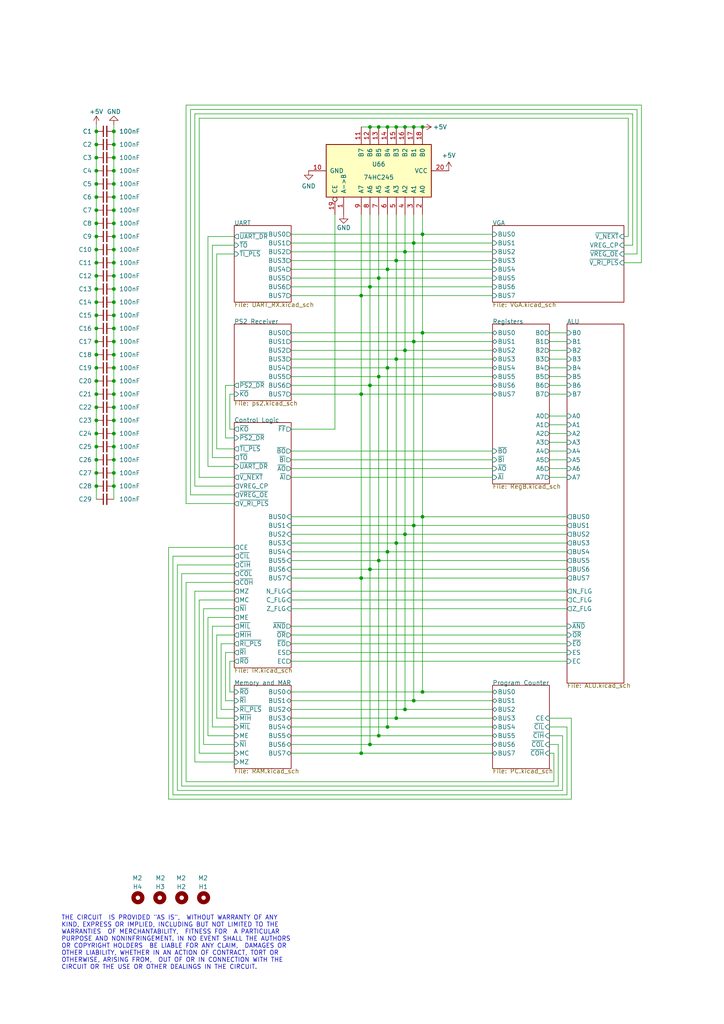
<source format=kicad_sch>
(kicad_sch (version 20211123) (generator eeschema)
  (paper "A4" portrait)
  (title_block (title "Minimal 64x4 Home Computer") (date "2023-12-11") (rev "1.1") (comment 2 "creativecommons.org/licenses/by-nc-sa/4.0/") (comment 3 "This work is licensed under CC BY-NC-SA 4.0") (comment 4 "Author: Carsten Herting (slu4)"))
  (lib_symbols
    (symbol "8-Bit CPU 32k:74HC245" (pin_names (offset 1.016))
      (property "Reference" "U" (at 0 -6.35 90))
      (property "Value" "74HC245" (at 0 2.54 90))
      (symbol "74HC245_1_0"
        (pin input line (at -12.7 -10.16 0) (length 5.08) (name "A->B") (number "1"))
        (pin power_in line (at 0 -20.32 90) (length 5.08) (name "GND") (number "10"))
        (pin input line (at 12.7 -5.08 180) (length 5.08) (name "B7") (number "11"))
        (pin input line (at 12.7 -2.54 180) (length 5.08) (name "B6") (number "12"))
        (pin input line (at 12.7 0 180) (length 5.08) (name "B5") (number "13"))
        (pin input line (at 12.7 2.54 180) (length 5.08) (name "B4") (number "14"))
        (pin input line (at 12.7 5.08 180) (length 5.08) (name "B3") (number "15"))
        (pin input line (at 12.7 7.62 180) (length 5.08) (name "B2") (number "16"))
        (pin input line (at 12.7 10.16 180) (length 5.08) (name "B1") (number "17"))
        (pin input line (at 12.7 12.7 180) (length 5.08) (name "B0") (number "18"))
        (pin input inverted (at -12.7 -12.7 0) (length 5.08) (name "CE") (number "19"))
        (pin tri_state line (at -12.7 12.7 0) (length 5.08) (name "A0") (number "2"))
        (pin power_in line (at 0 20.32 270) (length 5.08) (name "VCC") (number "20"))
        (pin tri_state line (at -12.7 10.16 0) (length 5.08) (name "A1") (number "3"))
        (pin tri_state line (at -12.7 7.62 0) (length 5.08) (name "A2") (number "4"))
        (pin tri_state line (at -12.7 5.08 0) (length 5.08) (name "A3") (number "5"))
        (pin tri_state line (at -12.7 2.54 0) (length 5.08) (name "A4") (number "6"))
        (pin tri_state line (at -12.7 0 0) (length 5.08) (name "A5") (number "7"))
        (pin tri_state line (at -12.7 -2.54 0) (length 5.08) (name "A6") (number "8"))
        (pin tri_state line (at -12.7 -5.08 0) (length 5.08) (name "A7") (number "9"))
      )
      (symbol "74HC245_1_1"
        (rectangle (start -7.62 15.24) (end 7.62 -15.24) (stroke (width 0.254)) (fill (type background)))
      )
    )
    (symbol "Device:C_Small" (pin_numbers hide) (pin_names (offset 0.254) hide)
      (property "Reference" "C" (at 0.254 1.778 0))
      (property "Value" "C_Small" (at 0.254 -2.032 0))
      (symbol "C_Small_0_1"
        (polyline (pts (xy -1.524 -0.508) (xy 1.524 -0.508)) (stroke (width 0.3302)))
        (polyline (pts (xy -1.524 0.508) (xy 1.524 0.508)) (stroke (width 0.3048)))
      )
      (symbol "C_Small_1_1"
        (pin passive line (at 0 2.54 270) (length 2.032) (name "~") (number "1"))
        (pin passive line (at 0 -2.54 90) (length 2.032) (name "~") (number "2"))
      )
    )
    (symbol "Mechanical:MountingHole" (pin_names (offset 1.016))
      (property "Reference" "H" (at 0 5.08 0))
      (property "Value" "MountingHole" (at 0 3.175 0))
      (symbol "MountingHole_0_1"
        (circle (center 0 0) (radius 1.27) (stroke (width 1.27)))
      )
    )
    (symbol "power:+5V" (power) (pin_names (offset 0))
      (property "Value" "+5V" (at 0 3.556 0))
      (symbol "+5V_0_1"
        (polyline (pts (xy -0.762 1.27) (xy 0 2.54)))
        (polyline (pts (xy 0 0) (xy 0 2.54)))
        (polyline (pts (xy 0 2.54) (xy 0.762 1.27)))
      )
      (symbol "+5V_1_1"
        (pin power_in line (at 0 0 90) (length 0) hide (name "+5V") (number "1"))
      )
    )
    (symbol "power:GND" (power) (pin_names (offset 0))
      (property "Value" "GND" (at 0 -3.81 0))
      (symbol "GND_0_1"
        (polyline (pts (xy 0 0) (xy 0 -1.27) (xy 1.27 -1.27) (xy 0 -2.54) (xy -1.27 -1.27) (xy 0 -1.27)))
      )
      (symbol "GND_1_1"
        (pin power_in line (at 0 0 270) (length 0) hide (name "GND") (number "1"))
      )
    )
  )
  (junction (at 117.475 205.74))
  (junction (at 33.02 121.92))
  (junction (at 122.555 96.52))
  (junction (at 27.94 45.72))
  (junction (at 27.94 121.92))
  (junction (at 33.02 125.73))
  (junction (at 33.02 99.06))
  (junction (at 27.94 80.01))
  (junction (at 33.02 87.63))
  (junction (at 33.02 49.53))
  (junction (at 109.855 36.83))
  (junction (at 114.935 208.28))
  (junction (at 120.015 70.485))
  (junction (at 33.02 140.97))
  (junction (at 33.02 38.1))
  (junction (at 117.475 101.6))
  (junction (at 27.94 140.97))
  (junction (at 104.775 114.3))
  (junction (at 33.02 53.34))
  (junction (at 33.02 95.25))
  (junction (at 104.775 167.64))
  (junction (at 27.94 137.16))
  (junction (at 27.94 95.25))
  (junction (at 114.935 104.14))
  (junction (at 109.855 109.22))
  (junction (at 107.315 215.9))
  (junction (at 33.02 118.11))
  (junction (at 114.935 36.83))
  (junction (at 107.315 165.1))
  (junction (at 33.02 60.96))
  (junction (at 112.395 106.68))
  (junction (at 117.475 36.83))
  (junction (at 27.94 41.91))
  (junction (at 120.015 99.06))
  (junction (at 33.02 80.01))
  (junction (at 114.935 157.48))
  (junction (at 33.02 57.15))
  (junction (at 27.94 60.96))
  (junction (at 33.02 106.68))
  (junction (at 33.02 137.16))
  (junction (at 122.555 200.66))
  (junction (at 107.315 111.76))
  (junction (at 27.94 83.82))
  (junction (at 27.94 125.73))
  (junction (at 122.555 67.945))
  (junction (at 27.94 91.44))
  (junction (at 120.015 152.4))
  (junction (at 27.94 87.63))
  (junction (at 112.395 78.105))
  (junction (at 120.015 203.2))
  (junction (at 33.02 110.49))
  (junction (at 33.02 83.82))
  (junction (at 27.94 129.54))
  (junction (at 33.02 64.77))
  (junction (at 107.315 83.185))
  (junction (at 112.395 160.02))
  (junction (at 27.94 99.06))
  (junction (at 114.935 75.565))
  (junction (at 27.94 118.11))
  (junction (at 33.02 76.2))
  (junction (at 33.02 45.72))
  (junction (at 104.775 85.725))
  (junction (at 27.94 133.35))
  (junction (at 33.02 41.91))
  (junction (at 117.475 73.025))
  (junction (at 107.315 36.83))
  (junction (at 112.395 36.83))
  (junction (at 112.395 210.82))
  (junction (at 120.015 36.83))
  (junction (at 27.94 102.87))
  (junction (at 27.94 57.15))
  (junction (at 27.94 38.1))
  (junction (at 33.02 114.3))
  (junction (at 109.855 162.56))
  (junction (at 122.555 149.86))
  (junction (at 33.02 133.35))
  (junction (at 33.02 68.58))
  (junction (at 33.02 129.54))
  (junction (at 27.94 110.49))
  (junction (at 117.475 154.94))
  (junction (at 33.02 91.44))
  (junction (at 27.94 106.68))
  (junction (at 109.855 213.36))
  (junction (at 27.94 64.77))
  (junction (at 109.855 80.645))
  (junction (at 27.94 53.34))
  (junction (at 27.94 114.3))
  (junction (at 33.02 102.87))
  (junction (at 27.94 68.58))
  (junction (at 33.02 72.39))
  (junction (at 27.94 72.39))
  (junction (at 27.94 76.2))
  (junction (at 27.94 49.53))
  (junction (at 122.555 36.83))
  (junction (at 104.775 218.44))
  (wire (pts (xy 104.775 114.3) (xy 104.775 167.64)))
  (wire (pts (xy 84.455 203.2) (xy 120.015 203.2)))
  (wire (pts (xy 33.02 38.1) (xy 33.02 36.195)))
  (wire (pts (xy 164.465 114.3) (xy 159.385 114.3)))
  (wire (pts (xy 33.02 68.58) (xy 33.02 72.39)))
  (wire (pts (xy 27.94 64.77) (xy 27.94 68.58)))
  (wire (pts (xy 109.855 109.22) (xy 84.455 109.22)))
  (wire (pts (xy 160.655 218.44) (xy 159.385 218.44)))
  (wire (pts (xy 120.015 152.4) (xy 164.465 152.4)))
  (wire (pts (xy 159.385 135.89) (xy 164.465 135.89)))
  (wire (pts (xy 48.895 231.775) (xy 165.735 231.775)))
  (wire (pts (xy 48.895 158.75) (xy 48.895 231.775)))
  (wire (pts (xy 112.395 78.105) (xy 142.875 78.105)))
  (wire (pts (xy 114.935 208.28) (xy 142.875 208.28)))
  (wire (pts (xy 67.945 140.97) (xy 56.515 140.97)))
  (wire (pts (xy 107.315 36.83) (xy 109.855 36.83)))
  (wire (pts (xy 160.655 218.44) (xy 160.655 226.695)))
  (wire (pts (xy 84.455 205.74) (xy 117.475 205.74)))
  (wire (pts (xy 33.02 140.97) (xy 33.02 144.78)))
  (wire (pts (xy 84.455 160.02) (xy 112.395 160.02)))
  (wire (pts (xy 33.02 129.54) (xy 33.02 133.35)))
  (wire (pts (xy 33.02 91.44) (xy 33.02 95.25)))
  (wire (pts (xy 117.475 154.94) (xy 164.465 154.94)))
  (wire (pts (xy 27.94 38.1) (xy 27.94 36.195)))
  (wire (pts (xy 114.935 157.48) (xy 84.455 157.48)))
  (wire (pts (xy 33.02 45.72) (xy 33.02 49.53)))
  (wire (pts (xy 122.555 149.86) (xy 164.465 149.86)))
  (wire (pts (xy 27.94 137.16) (xy 27.94 140.97)))
  (wire (pts (xy 117.475 62.23) (xy 117.475 73.025)))
  (wire (pts (xy 60.325 213.36) (xy 67.945 213.36)))
  (wire (pts (xy 109.855 80.645) (xy 109.855 109.22)))
  (wire (pts (xy 66.675 124.46) (xy 66.675 114.3)))
  (wire (pts (xy 27.94 68.58) (xy 27.94 72.39)))
  (wire (pts (xy 65.405 111.76) (xy 67.945 111.76)))
  (wire (pts (xy 165.735 208.28) (xy 165.735 231.775)))
  (wire (pts (xy 112.395 78.105) (xy 112.395 106.68)))
  (wire (pts (xy 120.015 36.83) (xy 122.555 36.83)))
  (wire (pts (xy 33.02 137.16) (xy 33.02 140.97)))
  (wire (pts (xy 67.945 186.69) (xy 64.135 186.69)))
  (wire (pts (xy 33.02 41.91) (xy 33.02 45.72)))
  (wire (pts (xy 67.945 168.91) (xy 53.975 168.91)))
  (wire (pts (xy 84.455 67.945) (xy 122.555 67.945)))
  (wire (pts (xy 53.975 30.48) (xy 186.055 30.48)))
  (wire (pts (xy 109.855 162.56) (xy 84.455 162.56)))
  (wire (pts (xy 67.945 179.07) (xy 60.325 179.07)))
  (wire (pts (xy 84.455 83.185) (xy 107.315 83.185)))
  (wire (pts (xy 97.155 62.23) (xy 97.155 124.46)))
  (wire (pts (xy 33.02 118.11) (xy 33.02 121.92)))
  (wire (pts (xy 33.02 80.01) (xy 33.02 83.82)))
  (wire (pts (xy 33.02 83.82) (xy 33.02 87.63)))
  (wire (pts (xy 104.775 85.725) (xy 104.775 114.3)))
  (wire (pts (xy 27.94 95.25) (xy 27.94 99.06)))
  (wire (pts (xy 67.945 191.77) (xy 66.675 191.77)))
  (wire (pts (xy 159.385 128.27) (xy 164.465 128.27)))
  (wire (pts (xy 117.475 36.83) (xy 120.015 36.83)))
  (wire (pts (xy 84.455 149.86) (xy 122.555 149.86)))
  (wire (pts (xy 84.455 186.69) (xy 164.465 186.69)))
  (wire (pts (xy 61.595 210.82) (xy 67.945 210.82)))
  (wire (pts (xy 84.455 154.94) (xy 117.475 154.94)))
  (wire (pts (xy 56.515 171.45) (xy 67.945 171.45)))
  (wire (pts (xy 61.595 71.12) (xy 61.595 132.715)))
  (wire (pts (xy 33.02 99.06) (xy 33.02 102.87)))
  (wire (pts (xy 182.245 68.58) (xy 182.245 34.29)))
  (wire (pts (xy 27.94 83.82) (xy 27.94 87.63)))
  (wire (pts (xy 27.94 53.34) (xy 27.94 57.15)))
  (wire (pts (xy 120.015 62.23) (xy 120.015 70.485)))
  (wire (pts (xy 27.94 80.01) (xy 27.94 83.82)))
  (wire (pts (xy 27.94 121.92) (xy 27.94 125.73)))
  (wire (pts (xy 62.865 184.15) (xy 62.865 208.28)))
  (wire (pts (xy 33.02 64.77) (xy 33.02 68.58)))
  (wire (pts (xy 104.775 218.44) (xy 142.875 218.44)))
  (wire (pts (xy 84.455 181.61) (xy 164.465 181.61)))
  (wire (pts (xy 67.945 181.61) (xy 61.595 181.61)))
  (wire (pts (xy 60.325 68.58) (xy 67.945 68.58)))
  (wire (pts (xy 61.595 181.61) (xy 61.595 210.82)))
  (wire (pts (xy 114.935 157.48) (xy 164.465 157.48)))
  (wire (pts (xy 84.455 80.645) (xy 109.855 80.645)))
  (wire (pts (xy 84.455 133.35) (xy 142.875 133.35)))
  (wire (pts (xy 84.455 135.89) (xy 142.875 135.89)))
  (wire (pts (xy 65.405 203.2) (xy 67.945 203.2)))
  (wire (pts (xy 84.455 213.36) (xy 109.855 213.36)))
  (wire (pts (xy 84.455 200.66) (xy 122.555 200.66)))
  (wire (pts (xy 33.02 110.49) (xy 33.02 114.3)))
  (wire (pts (xy 107.315 165.1) (xy 164.465 165.1)))
  (wire (pts (xy 27.94 76.2) (xy 27.94 80.01)))
  (wire (pts (xy 33.02 95.25) (xy 33.02 99.06)))
  (wire (pts (xy 27.94 87.63) (xy 27.94 91.44)))
  (wire (pts (xy 27.94 45.72) (xy 27.94 49.53)))
  (wire (pts (xy 67.945 161.29) (xy 50.165 161.29)))
  (wire (pts (xy 164.465 210.82) (xy 159.385 210.82)))
  (wire (pts (xy 33.02 49.53) (xy 33.02 53.34)))
  (wire (pts (xy 180.975 68.58) (xy 182.245 68.58)))
  (wire (pts (xy 67.945 220.98) (xy 56.515 220.98)))
  (wire (pts (xy 65.405 189.23) (xy 65.405 203.2)))
  (wire (pts (xy 84.455 189.23) (xy 164.465 189.23)))
  (wire (pts (xy 84.455 130.81) (xy 142.875 130.81)))
  (wire (pts (xy 64.135 205.74) (xy 67.945 205.74)))
  (wire (pts (xy 84.455 114.3) (xy 104.775 114.3)))
  (wire (pts (xy 57.785 173.99) (xy 67.945 173.99)))
  (wire (pts (xy 159.385 106.68) (xy 164.465 106.68)))
  (wire (pts (xy 66.675 114.3) (xy 67.945 114.3)))
  (wire (pts (xy 161.925 215.9) (xy 161.925 227.965)))
  (wire (pts (xy 114.935 62.23) (xy 114.935 75.565)))
  (wire (pts (xy 84.455 138.43) (xy 142.875 138.43)))
  (wire (pts (xy 67.945 130.175) (xy 62.865 130.175)))
  (wire (pts (xy 53.975 146.05) (xy 53.975 30.48)))
  (wire (pts (xy 27.94 140.97) (xy 27.94 144.78)))
  (wire (pts (xy 84.455 106.68) (xy 112.395 106.68)))
  (wire (pts (xy 159.385 130.81) (xy 164.465 130.81)))
  (wire (pts (xy 104.775 167.64) (xy 84.455 167.64)))
  (wire (pts (xy 97.155 124.46) (xy 84.455 124.46)))
  (wire (pts (xy 117.475 154.94) (xy 117.475 205.74)))
  (wire (pts (xy 27.94 110.49) (xy 27.94 114.3)))
  (wire (pts (xy 56.515 140.97) (xy 56.515 33.02)))
  (wire (pts (xy 180.975 73.66) (xy 184.785 73.66)))
  (wire (pts (xy 159.385 213.36) (xy 163.195 213.36)))
  (wire (pts (xy 109.855 109.22) (xy 109.855 162.56)))
  (wire (pts (xy 52.705 166.37) (xy 52.705 227.965)))
  (wire (pts (xy 159.385 123.19) (xy 164.465 123.19)))
  (wire (pts (xy 65.405 127) (xy 65.405 111.76)))
  (wire (pts (xy 164.465 104.14) (xy 159.385 104.14)))
  (wire (pts (xy 64.135 186.69) (xy 64.135 205.74)))
  (wire (pts (xy 104.775 62.23) (xy 104.775 85.725)))
  (wire (pts (xy 183.515 71.12) (xy 180.975 71.12)))
  (wire (pts (xy 27.94 60.96) (xy 27.94 64.77)))
  (wire (pts (xy 122.555 62.23) (xy 122.555 67.945)))
  (wire (pts (xy 120.015 99.06) (xy 120.015 152.4)))
  (wire (pts (xy 109.855 213.36) (xy 142.875 213.36)))
  (wire (pts (xy 84.455 85.725) (xy 104.775 85.725)))
  (wire (pts (xy 62.865 73.66) (xy 67.945 73.66)))
  (wire (pts (xy 67.945 138.43) (xy 57.785 138.43)))
  (wire (pts (xy 159.385 120.65) (xy 164.465 120.65)))
  (wire (pts (xy 33.02 87.63) (xy 33.02 91.44)))
  (wire (pts (xy 52.705 227.965) (xy 161.925 227.965)))
  (wire (pts (xy 67.945 132.715) (xy 61.595 132.715)))
  (wire (pts (xy 66.675 200.66) (xy 66.675 191.77)))
  (wire (pts (xy 164.465 171.45) (xy 84.455 171.45)))
  (wire (pts (xy 27.94 72.39) (xy 27.94 76.2)))
  (wire (pts (xy 84.455 96.52) (xy 122.555 96.52)))
  (wire (pts (xy 142.875 99.06) (xy 120.015 99.06)))
  (wire (pts (xy 50.165 161.29) (xy 50.165 230.505)))
  (wire (pts (xy 84.455 75.565) (xy 114.935 75.565)))
  (wire (pts (xy 112.395 106.68) (xy 112.395 160.02)))
  (wire (pts (xy 117.475 101.6) (xy 117.475 154.94)))
  (wire (pts (xy 107.315 165.1) (xy 107.315 215.9)))
  (wire (pts (xy 67.945 215.9) (xy 59.055 215.9)))
  (wire (pts (xy 120.015 203.2) (xy 142.875 203.2)))
  (wire (pts (xy 67.945 158.75) (xy 48.895 158.75)))
  (wire (pts (xy 109.855 36.83) (xy 112.395 36.83)))
  (wire (pts (xy 159.385 208.28) (xy 165.735 208.28)))
  (wire (pts (xy 33.02 114.3) (xy 33.02 118.11)))
  (wire (pts (xy 164.465 210.82) (xy 164.465 230.505)))
  (wire (pts (xy 186.055 30.48) (xy 186.055 76.2)))
  (wire (pts (xy 67.945 135.255) (xy 60.325 135.255)))
  (wire (pts (xy 104.775 167.64) (xy 104.775 218.44)))
  (wire (pts (xy 84.455 184.15) (xy 164.465 184.15)))
  (wire (pts (xy 67.945 184.15) (xy 62.865 184.15)))
  (wire (pts (xy 27.94 99.06) (xy 27.94 102.87)))
  (wire (pts (xy 112.395 36.83) (xy 114.935 36.83)))
  (wire (pts (xy 51.435 163.83) (xy 51.435 229.235)))
  (wire (pts (xy 159.385 133.35) (xy 164.465 133.35)))
  (wire (pts (xy 66.675 200.66) (xy 67.945 200.66)))
  (wire (pts (xy 117.475 73.025) (xy 117.475 101.6)))
  (wire (pts (xy 27.94 125.73) (xy 27.94 129.54)))
  (wire (pts (xy 114.935 104.14) (xy 114.935 157.48)))
  (wire (pts (xy 159.385 101.6) (xy 164.465 101.6)))
  (wire (pts (xy 163.195 213.36) (xy 163.195 229.235)))
  (wire (pts (xy 109.855 109.22) (xy 142.875 109.22)))
  (wire (pts (xy 114.935 104.14) (xy 84.455 104.14)))
  (wire (pts (xy 114.935 75.565) (xy 114.935 104.14)))
  (wire (pts (xy 59.055 176.53) (xy 59.055 215.9)))
  (wire (pts (xy 122.555 67.945) (xy 142.875 67.945)))
  (wire (pts (xy 66.675 124.46) (xy 67.945 124.46)))
  (wire (pts (xy 27.94 118.11) (xy 27.94 121.92)))
  (wire (pts (xy 142.875 85.725) (xy 104.775 85.725)))
  (wire (pts (xy 107.315 83.185) (xy 107.315 111.76)))
  (wire (pts (xy 84.455 210.82) (xy 112.395 210.82)))
  (wire (pts (xy 109.855 80.645) (xy 142.875 80.645)))
  (wire (pts (xy 104.775 36.83) (xy 107.315 36.83)))
  (wire (pts (xy 142.875 75.565) (xy 114.935 75.565)))
  (wire (pts (xy 65.405 127) (xy 67.945 127)))
  (wire (pts (xy 84.455 208.28) (xy 114.935 208.28)))
  (wire (pts (xy 107.315 62.23) (xy 107.315 83.185)))
  (wire (pts (xy 120.015 152.4) (xy 84.455 152.4)))
  (wire (pts (xy 27.94 91.44) (xy 27.94 95.25)))
  (wire (pts (xy 112.395 210.82) (xy 142.875 210.82)))
  (wire (pts (xy 159.385 99.06) (xy 164.465 99.06)))
  (wire (pts (xy 67.945 71.12) (xy 61.595 71.12)))
  (wire (pts (xy 62.865 130.175) (xy 62.865 73.66)))
  (wire (pts (xy 122.555 200.66) (xy 142.875 200.66)))
  (wire (pts (xy 27.94 41.91) (xy 27.94 45.72)))
  (wire (pts (xy 33.02 57.15) (xy 33.02 60.96)))
  (wire (pts (xy 164.465 230.505) (xy 50.165 230.505)))
  (wire (pts (xy 27.94 137.16) (xy 27.94 133.35)))
  (wire (pts (xy 84.455 78.105) (xy 112.395 78.105)))
  (wire (pts (xy 109.855 62.23) (xy 109.855 80.645)))
  (wire (pts (xy 159.385 111.76) (xy 164.465 111.76)))
  (wire (pts (xy 163.195 229.235) (xy 51.435 229.235)))
  (wire (pts (xy 114.935 157.48) (xy 114.935 208.28)))
  (wire (pts (xy 27.94 129.54) (xy 27.94 133.35)))
  (wire (pts (xy 120.015 70.485) (xy 120.015 99.06)))
  (wire (pts (xy 67.945 176.53) (xy 59.055 176.53)))
  (wire (pts (xy 57.785 218.44) (xy 57.785 173.99)))
  (wire (pts (xy 84.455 101.6) (xy 117.475 101.6)))
  (wire (pts (xy 120.015 70.485) (xy 142.875 70.485)))
  (wire (pts (xy 117.475 205.74) (xy 142.875 205.74)))
  (wire (pts (xy 112.395 160.02) (xy 112.395 210.82)))
  (wire (pts (xy 33.02 60.96) (xy 33.02 64.77)))
  (wire (pts (xy 27.94 49.53) (xy 27.94 53.34)))
  (wire (pts (xy 84.455 215.9) (xy 107.315 215.9)))
  (wire (pts (xy 186.055 76.2) (xy 180.975 76.2)))
  (wire (pts (xy 160.655 226.695) (xy 53.975 226.695)))
  (wire (pts (xy 56.515 220.98) (xy 56.515 171.45)))
  (wire (pts (xy 55.245 143.51) (xy 67.945 143.51)))
  (wire (pts (xy 159.385 138.43) (xy 164.465 138.43)))
  (wire (pts (xy 122.555 67.945) (xy 122.555 96.52)))
  (wire (pts (xy 107.315 83.185) (xy 142.875 83.185)))
  (wire (pts (xy 142.875 106.68) (xy 112.395 106.68)))
  (wire (pts (xy 60.325 135.255) (xy 60.325 68.58)))
  (wire (pts (xy 84.455 165.1) (xy 107.315 165.1)))
  (wire (pts (xy 104.775 167.64) (xy 164.465 167.64)))
  (wire (pts (xy 33.02 72.39) (xy 33.02 76.2)))
  (wire (pts (xy 84.455 73.025) (xy 117.475 73.025)))
  (wire (pts (xy 184.785 73.66) (xy 184.785 31.75)))
  (wire (pts (xy 60.325 179.07) (xy 60.325 213.36)))
  (wire (pts (xy 67.945 218.44) (xy 57.785 218.44)))
  (wire (pts (xy 27.94 114.3) (xy 27.94 118.11)))
  (wire (pts (xy 27.94 41.91) (xy 27.94 38.1)))
  (wire (pts (xy 27.94 106.68) (xy 27.94 110.49)))
  (wire (pts (xy 57.785 34.29) (xy 57.785 138.43)))
  (wire (pts (xy 122.555 149.86) (xy 122.555 200.66)))
  (wire (pts (xy 142.875 114.3) (xy 104.775 114.3)))
  (wire (pts (xy 56.515 33.02) (xy 183.515 33.02)))
  (wire (pts (xy 112.395 160.02) (xy 164.465 160.02)))
  (wire (pts (xy 27.94 57.15) (xy 27.94 60.96)))
  (wire (pts (xy 107.315 111.76) (xy 107.315 165.1)))
  (wire (pts (xy 122.555 96.52) (xy 122.555 149.86)))
  (wire (pts (xy 33.02 106.68) (xy 33.02 110.49)))
  (wire (pts (xy 117.475 73.025) (xy 142.875 73.025)))
  (wire (pts (xy 55.245 31.75) (xy 55.245 143.51)))
  (wire (pts (xy 109.855 162.56) (xy 109.855 213.36)))
  (wire (pts (xy 184.785 31.75) (xy 55.245 31.75)))
  (wire (pts (xy 164.465 173.99) (xy 84.455 173.99)))
  (wire (pts (xy 33.02 137.16) (xy 33.02 133.35)))
  (wire (pts (xy 142.875 101.6) (xy 117.475 101.6)))
  (wire (pts (xy 120.015 99.06) (xy 84.455 99.06)))
  (wire (pts (xy 164.465 176.53) (xy 84.455 176.53)))
  (wire (pts (xy 84.455 111.76) (xy 107.315 111.76)))
  (wire (pts (xy 114.935 36.83) (xy 117.475 36.83)))
  (wire (pts (xy 33.02 53.34) (xy 33.02 57.15)))
  (wire (pts (xy 84.455 70.485) (xy 120.015 70.485)))
  (wire (pts (xy 112.395 62.23) (xy 112.395 78.105)))
  (wire (pts (xy 67.945 146.05) (xy 53.975 146.05)))
  (wire (pts (xy 164.465 109.22) (xy 159.385 109.22)))
  (wire (pts (xy 109.855 162.56) (xy 164.465 162.56)))
  (wire (pts (xy 33.02 76.2) (xy 33.02 80.01)))
  (wire (pts (xy 33.02 41.91) (xy 33.02 38.1)))
  (wire (pts (xy 84.455 218.44) (xy 104.775 218.44)))
  (wire (pts (xy 159.385 125.73) (xy 164.465 125.73)))
  (wire (pts (xy 67.945 163.83) (xy 51.435 163.83)))
  (wire (pts (xy 67.945 189.23) (xy 65.405 189.23)))
  (wire (pts (xy 33.02 125.73) (xy 33.02 129.54)))
  (wire (pts (xy 53.975 168.91) (xy 53.975 226.695)))
  (wire (pts (xy 120.015 152.4) (xy 120.015 203.2)))
  (wire (pts (xy 62.865 208.28) (xy 67.945 208.28)))
  (wire (pts (xy 67.945 166.37) (xy 52.705 166.37)))
  (wire (pts (xy 107.315 215.9) (xy 142.875 215.9)))
  (wire (pts (xy 27.94 102.87) (xy 27.94 106.68)))
  (wire (pts (xy 33.02 121.92) (xy 33.02 125.73)))
  (wire (pts (xy 33.02 102.87) (xy 33.02 106.68)))
  (wire (pts (xy 161.925 215.9) (xy 159.385 215.9)))
  (wire (pts (xy 84.455 191.77) (xy 164.465 191.77)))
  (wire (pts (xy 142.875 96.52) (xy 122.555 96.52)))
  (wire (pts (xy 183.515 33.02) (xy 183.515 71.12)))
  (wire (pts (xy 114.935 104.14) (xy 142.875 104.14)))
  (wire (pts (xy 159.385 96.52) (xy 164.465 96.52)))
  (wire (pts (xy 182.245 34.29) (xy 57.785 34.29)))
  (wire (pts (xy 142.875 111.76) (xy 107.315 111.76)))
  (text "THE CIRCUIT  IS PROVIDED \"AS IS\",  WITHOUT WARRANTY OF ANY\nKIND, EXPRESS OR IMPLIED, INCLUDING BUT NOT LIMITED TO THE\nWARRANTIES  OF MERCHANTABILITY,  FITNESS FOR  A PARTICULAR\nPURPOSE AND NONINFRINGEMENT. IN NO EVENT SHALL THE AUTHORS\nOR COPYRIGHT HOLDERS  BE LIABLE FOR ANY CLAIM,  DAMAGES OR\nOTHER LIABILITY, WHETHER IN AN ACTION OF CONTRACT, TORT OR\nOTHERWISE, ARISING FROM,  OUT OF OR IN CONNECTION WITH THE\nCIRCUIT OR THE USE OR OTHER DEALINGS IN THE CIRCUIT." (at 17.78 281.305 0) (effects (font (size 1.27 1.27)) (justify left bottom)))
  (symbol (lib_id "power:+5V") (at 27.94 36.195 0) (mirror y) (unit 1)
    (property "Reference" "#PWR01" (effects hide))
    (property "Value" "+5V" (at 27.94 32.385 0))
  )
  (symbol (lib_id "power:GND") (at 33.02 36.195 180) (unit 1)
    (property "Reference" "#PWR02" (effects hide))
    (property "Value" "GND" (at 33.02 32.385 0))
  )
  (symbol (lib_id "Device:C_Small") (at 30.48 38.1 90) (mirror x) (unit 1)
    (property "Reference" "C1" (at 26.67 38.1 90) (effects (justify left)))
    (property "Value" "100nF" (at 40.64 38.1 90) (effects (justify left)))
    (property "Footprint" "Capacitor_THT:C_Disc_D3.4mm_W2.1mm_P2.50mm" (effects hide))
  )
  (symbol (lib_id "Device:C_Small") (at 30.48 114.3 90) (mirror x) (unit 1)
    (property "Reference" "C21" (at 26.67 114.3 90) (effects (justify left)))
    (property "Value" "100nF" (at 40.64 114.3 90) (effects (justify left)))
    (property "Footprint" "Capacitor_THT:C_Disc_D3.4mm_W2.1mm_P2.50mm" (effects hide))
  )
  (symbol (lib_id "Device:C_Small") (at 30.48 144.78 90) (mirror x) (unit 1)
    (property "Reference" "C29" (at 26.67 144.78 90) (effects (justify left)))
    (property "Value" "100nF" (at 40.64 144.78 90) (effects (justify left)))
    (property "Footprint" "Capacitor_THT:C_Disc_D3.4mm_W2.1mm_P2.50mm" (effects hide))
  )
  (symbol (lib_id "Mechanical:MountingHole") (at 52.705 260.35 270) (unit 1)
    (property "Reference" "H2" (at 53.975 257.1719 90) (effects (justify right)))
    (property "Value" "M2" (at 53.975 254.635 90) (effects (justify right)))
    (property "Footprint" "MountingHole:MountingHole_2.2mm_M2" (effects hide))
  )
  (symbol (lib_id "Device:C_Small") (at 30.48 87.63 90) (mirror x) (unit 1)
    (property "Reference" "C14" (at 26.67 87.63 90) (effects (justify left)))
    (property "Value" "100nF" (at 40.64 87.63 90) (effects (justify left)))
    (property "Footprint" "Capacitor_THT:C_Disc_D3.4mm_W2.1mm_P2.50mm" (effects hide))
  )
  (symbol (lib_id "Mechanical:MountingHole") (at 59.055 260.35 270) (unit 1)
    (property "Reference" "H1" (at 60.325 257.1719 90) (effects (justify right)))
    (property "Value" "M2" (at 60.325 254.635 90) (effects (justify right)))
    (property "Footprint" "MountingHole:MountingHole_2.2mm_M2" (effects hide))
  )
  (symbol (lib_id "Device:C_Small") (at 30.48 41.91 90) (mirror x) (unit 1)
    (property "Reference" "C2" (at 26.67 41.91 90) (effects (justify left)))
    (property "Value" "100nF" (at 40.64 41.91 90) (effects (justify left)))
    (property "Footprint" "Capacitor_THT:C_Disc_D3.4mm_W2.1mm_P2.50mm" (effects hide))
  )
  (symbol (lib_id "Device:C_Small") (at 30.48 76.2 90) (mirror x) (unit 1)
    (property "Reference" "C11" (at 26.67 76.2 90) (effects (justify left)))
    (property "Value" "100nF" (at 40.64 76.2 90) (effects (justify left)))
    (property "Footprint" "Capacitor_THT:C_Disc_D3.4mm_W2.1mm_P2.50mm" (effects hide))
  )
  (symbol (lib_id "Device:C_Small") (at 30.48 137.16 90) (mirror x) (unit 1)
    (property "Reference" "C27" (at 26.67 137.16 90) (effects (justify left)))
    (property "Value" "100nF" (at 40.64 137.16 90) (effects (justify left)))
    (property "Footprint" "Capacitor_THT:C_Disc_D3.4mm_W2.1mm_P2.50mm" (effects hide))
  )
  (symbol (lib_id "Device:C_Small") (at 30.48 125.73 90) (mirror x) (unit 1)
    (property "Reference" "C24" (at 26.67 125.73 90) (effects (justify left)))
    (property "Value" "100nF" (at 40.64 125.73 90) (effects (justify left)))
    (property "Footprint" "Capacitor_THT:C_Disc_D3.4mm_W2.1mm_P2.50mm" (effects hide))
  )
  (symbol (lib_id "Device:C_Small") (at 30.48 99.06 90) (mirror x) (unit 1)
    (property "Reference" "C17" (at 26.67 99.06 90) (effects (justify left)))
    (property "Value" "100nF" (at 40.64 99.06 90) (effects (justify left)))
    (property "Footprint" "Capacitor_THT:C_Disc_D3.4mm_W2.1mm_P2.50mm" (effects hide))
  )
  (symbol (lib_id "Device:C_Small") (at 30.48 91.44 90) (mirror x) (unit 1)
    (property "Reference" "C15" (at 26.67 91.44 90) (effects (justify left)))
    (property "Value" "100nF" (at 40.64 91.44 90) (effects (justify left)))
    (property "Footprint" "Capacitor_THT:C_Disc_D3.4mm_W2.1mm_P2.50mm" (effects hide))
  )
  (symbol (lib_id "Device:C_Small") (at 30.48 133.35 90) (mirror x) (unit 1)
    (property "Reference" "C26" (at 26.67 133.35 90) (effects (justify left)))
    (property "Value" "100nF" (at 40.64 133.35 90) (effects (justify left)))
    (property "Footprint" "Capacitor_THT:C_Disc_D3.4mm_W2.1mm_P2.50mm" (effects hide))
  )
  (symbol (lib_id "Device:C_Small") (at 30.48 140.97 90) (mirror x) (unit 1)
    (property "Reference" "C28" (at 26.67 140.97 90) (effects (justify left)))
    (property "Value" "100nF" (at 40.64 140.97 90) (effects (justify left)))
    (property "Footprint" "Capacitor_THT:C_Disc_D3.4mm_W2.1mm_P2.50mm" (effects hide))
  )
  (symbol (lib_id "Device:C_Small") (at 30.48 106.68 90) (mirror x) (unit 1)
    (property "Reference" "C19" (at 26.67 106.68 90) (effects (justify left)))
    (property "Value" "100nF" (at 40.64 106.68 90) (effects (justify left)))
    (property "Footprint" "Capacitor_THT:C_Disc_D3.4mm_W2.1mm_P2.50mm" (effects hide))
  )
  (symbol (lib_id "Device:C_Small") (at 30.48 121.92 90) (mirror x) (unit 1)
    (property "Reference" "C23" (at 26.67 121.92 90) (effects (justify left)))
    (property "Value" "100nF" (at 40.64 121.92 90) (effects (justify left)))
    (property "Footprint" "Capacitor_THT:C_Disc_D3.4mm_W2.1mm_P2.50mm" (effects hide))
  )
  (symbol (lib_id "Device:C_Small") (at 30.48 68.58 90) (mirror x) (unit 1)
    (property "Reference" "C9" (at 26.67 68.58 90) (effects (justify left)))
    (property "Value" "100nF" (at 40.64 68.58 90) (effects (justify left)))
    (property "Footprint" "Capacitor_THT:C_Disc_D3.4mm_W2.1mm_P2.50mm" (effects hide))
  )
  (symbol (lib_id "power:GND") (at 99.695 62.23 0) (unit 1)
    (property "Reference" "#PWR0249" (effects hide))
    (property "Value" "GND" (at 99.695 66.04 0))
  )
  (symbol (lib_id "Device:C_Small") (at 30.48 49.53 90) (mirror x) (unit 1)
    (property "Reference" "C4" (at 26.67 49.53 90) (effects (justify left)))
    (property "Value" "100nF" (at 40.64 49.53 90) (effects (justify left)))
    (property "Footprint" "Capacitor_THT:C_Disc_D3.4mm_W2.1mm_P2.50mm" (effects hide))
  )
  (symbol (lib_id "Device:C_Small") (at 30.48 64.77 90) (mirror x) (unit 1)
    (property "Reference" "C8" (at 26.67 64.77 90) (effects (justify left)))
    (property "Value" "100nF" (at 40.64 64.77 90) (effects (justify left)))
    (property "Footprint" "Capacitor_THT:C_Disc_D3.4mm_W2.1mm_P2.50mm" (effects hide))
  )
  (symbol (lib_id "Device:C_Small") (at 30.48 53.34 90) (mirror x) (unit 1)
    (property "Reference" "C5" (at 26.67 53.34 90) (effects (justify left)))
    (property "Value" "100nF" (at 40.64 53.34 90) (effects (justify left)))
    (property "Footprint" "Capacitor_THT:C_Disc_D3.4mm_W2.1mm_P2.50mm" (effects hide))
  )
  (symbol (lib_id "Device:C_Small") (at 30.48 60.96 90) (mirror x) (unit 1)
    (property "Reference" "C7" (at 26.67 60.96 90) (effects (justify left)))
    (property "Value" "100nF" (at 40.64 60.96 90) (effects (justify left)))
    (property "Footprint" "Capacitor_THT:C_Disc_D3.4mm_W2.1mm_P2.50mm" (effects hide))
  )
  (symbol (lib_id "power:+5V") (at 122.555 36.83 270) (unit 1)
    (property "Reference" "#PWR0257" (effects hide))
    (property "Value" "+5V" (at 127.635 36.83 90))
  )
  (symbol (lib_id "Device:C_Small") (at 30.48 102.87 90) (mirror x) (unit 1)
    (property "Reference" "C18" (at 26.67 102.87 90) (effects (justify left)))
    (property "Value" "100nF" (at 40.64 102.87 90) (effects (justify left)))
    (property "Footprint" "Capacitor_THT:C_Disc_D3.4mm_W2.1mm_P2.50mm" (effects hide))
  )
  (symbol (lib_id "Device:C_Small") (at 30.48 129.54 90) (mirror x) (unit 1)
    (property "Reference" "C25" (at 26.67 129.54 90) (effects (justify left)))
    (property "Value" "100nF" (at 40.64 129.54 90) (effects (justify left)))
    (property "Footprint" "Capacitor_THT:C_Disc_D3.4mm_W2.1mm_P2.50mm" (effects hide))
  )
  (symbol (lib_id "Device:C_Small") (at 30.48 45.72 90) (mirror x) (unit 1)
    (property "Reference" "C3" (at 26.67 45.72 90) (effects (justify left)))
    (property "Value" "100nF" (at 40.64 45.72 90) (effects (justify left)))
    (property "Footprint" "Capacitor_THT:C_Disc_D3.4mm_W2.1mm_P2.50mm" (effects hide))
  )
  (symbol (lib_id "Device:C_Small") (at 30.48 118.11 90) (mirror x) (unit 1)
    (property "Reference" "C22" (at 26.67 118.11 90) (effects (justify left)))
    (property "Value" "100nF" (at 40.64 118.11 90) (effects (justify left)))
    (property "Footprint" "Capacitor_THT:C_Disc_D3.4mm_W2.1mm_P2.50mm" (effects hide))
  )
  (symbol (lib_id "Device:C_Small") (at 30.48 72.39 90) (mirror x) (unit 1)
    (property "Reference" "C10" (at 26.67 72.39 90) (effects (justify left)))
    (property "Value" "100nF" (at 40.64 72.39 90) (effects (justify left)))
    (property "Footprint" "Capacitor_THT:C_Disc_D3.4mm_W2.1mm_P2.50mm" (effects hide))
  )
  (symbol (lib_id "power:GND") (at 89.535 49.53 0) (unit 1)
    (property "Reference" "#PWR03" (effects hide))
    (property "Value" "GND" (at 89.535 53.975 0))
  )
  (symbol (lib_id "Device:C_Small") (at 30.48 95.25 90) (mirror x) (unit 1)
    (property "Reference" "C16" (at 26.67 95.25 90) (effects (justify left)))
    (property "Value" "100nF" (at 40.64 95.25 90) (effects (justify left)))
    (property "Footprint" "Capacitor_THT:C_Disc_D3.4mm_W2.1mm_P2.50mm" (effects hide))
  )
  (symbol (lib_id "Device:C_Small") (at 30.48 80.01 90) (mirror x) (unit 1)
    (property "Reference" "C12" (at 26.67 80.01 90) (effects (justify left)))
    (property "Value" "100nF" (at 40.64 80.01 90) (effects (justify left)))
    (property "Footprint" "Capacitor_THT:C_Disc_D3.4mm_W2.1mm_P2.50mm" (effects hide))
  )
  (symbol (lib_id "Device:C_Small") (at 30.48 110.49 90) (mirror x) (unit 1)
    (property "Reference" "C20" (at 26.67 110.49 90) (effects (justify left)))
    (property "Value" "100nF" (at 40.64 110.49 90) (effects (justify left)))
    (property "Footprint" "Capacitor_THT:C_Disc_D3.4mm_W2.1mm_P2.50mm" (effects hide))
  )
  (symbol (lib_id "power:+5V") (at 130.175 49.53 0) (unit 1)
    (property "Reference" "#PWR0258" (effects hide))
    (property "Value" "+5V" (at 130.175 45.085 0))
  )
  (symbol (lib_id "Mechanical:MountingHole") (at 46.355 260.35 0) (unit 1)
    (property "Reference" "H3" (at 45.085 257.1719 0) (effects (justify left)))
    (property "Value" "M2" (at 45.085 254.635 0) (effects (justify left)))
    (property "Footprint" "MountingHole:MountingHole_2.2mm_M2" (effects hide))
  )
  (symbol (lib_id "8-Bit CPU 32k:74HC245") (at 109.855 49.53 270) (mirror x) (unit 1)
    (property "Reference" "U66" (at 109.855 47.625 90))
    (property "Value" "74HC245" (at 109.855 51.435 90))
    (property "Footprint" "Package_DIP:DIP-20_W7.62mm_Socket" (effects hide))
    (property "Datasheet" "http://www.ti.com/lit/gpn/sn74HC245" (effects hide))
  )
  (symbol (lib_id "Device:C_Small") (at 30.48 57.15 90) (mirror x) (unit 1)
    (property "Reference" "C6" (at 26.67 57.15 90) (effects (justify left)))
    (property "Value" "100nF" (at 40.64 57.15 90) (effects (justify left)))
    (property "Footprint" "Capacitor_THT:C_Disc_D3.4mm_W2.1mm_P2.50mm" (effects hide))
  )
  (symbol (lib_id "Mechanical:MountingHole") (at 40.005 260.35 270) (unit 1)
    (property "Reference" "H4" (at 41.275 257.175 90) (effects (justify right)))
    (property "Value" "M2" (at 41.275 254.6381 90) (effects (justify right)))
    (property "Footprint" "MountingHole:MountingHole_2.2mm_M2" (effects hide))
  )
  (symbol (lib_id "Device:C_Small") (at 30.48 83.82 90) (mirror x) (unit 1)
    (property "Reference" "C13" (at 26.67 83.82 90) (effects (justify left)))
    (property "Value" "100nF" (at 40.64 83.82 90) (effects (justify left)))
    (property "Footprint" "Capacitor_THT:C_Disc_D3.4mm_W2.1mm_P2.50mm" (effects hide))
  )
  (sheet (at 142.875 198.755) (size 16.51 24.13)
    (property "Sheet name" "Program Counter" (at 142.875 198.755 0) (effects (justify left bottom)))
    (property "Sheet file" "PC.kicad_sch" (at 142.875 222.885 0) (effects (justify left top)))
    (pin "CE" input (at 159.385 208.28 0))
    (pin "~{CIL}" input (at 159.385 210.82 0))
    (pin "~{CIH}" input (at 159.385 213.36 0))
    (pin "~{COH}" input (at 159.385 218.44 0))
    (pin "~{COL}" input (at 159.385 215.9 0))
    (pin "BUS3" tri_state (at 142.875 208.28 180))
    (pin "BUS1" tri_state (at 142.875 203.2 180))
    (pin "BUS0" tri_state (at 142.875 200.66 180))
    (pin "BUS2" tri_state (at 142.875 205.74 180))
    (pin "BUS4" tri_state (at 142.875 210.82 180))
    (pin "BUS6" tri_state (at 142.875 215.9 180))
    (pin "BUS7" tri_state (at 142.875 218.44 180))
    (pin "BUS5" tri_state (at 142.875 213.36 180))
  )
  (sheet (at 67.945 122.555) (size 16.51 71.12)
    (property "Sheet name" "Control Logic" (at 67.945 122.555 0) (effects (justify left bottom)))
    (property "Sheet file" "IR.kicad_sch" (at 67.945 193.675 0) (effects (justify left top)))
    (pin "BUS0" input (at 84.455 149.86 0))
    (pin "BUS1" input (at 84.455 152.4 0))
    (pin "BUS2" input (at 84.455 154.94 0))
    (pin "BUS3" input (at 84.455 157.48 0))
    (pin "BUS4" input (at 84.455 160.02 0))
    (pin "BUS5" input (at 84.455 162.56 0))
    (pin "~{AO}" output (at 84.455 135.89 0))
    (pin "~{BO}" output (at 84.455 130.81 0))
    (pin "~{EO}" output (at 84.455 186.69 0))
    (pin "ES" output (at 84.455 189.23 0))
    (pin "EC" output (at 84.455 191.77 0))
    (pin "~{RO}" output (at 67.945 191.77 180))
    (pin "C_FLG" input (at 84.455 173.99 0))
    (pin "~{TO}" output (at 67.945 132.715 180))
    (pin "~{UART_DR}" input (at 67.945 135.255 180))
    (pin "Z_FLG" input (at 84.455 176.53 0))
    (pin "~{NI}" output (at 67.945 176.53 180))
    (pin "~{MIL}" output (at 67.945 181.61 180))
    (pin "~{MIH}" output (at 67.945 184.15 180))
    (pin "~{CIL}" output (at 67.945 161.29 180))
    (pin "~{CIH}" output (at 67.945 163.83 180))
    (pin "CE" output (at 67.945 158.75 180))
    (pin "ME" output (at 67.945 179.07 180))
    (pin "BUS6" input (at 84.455 165.1 0))
    (pin "BUS7" input (at 84.455 167.64 0))
    (pin "~{COL}" output (at 67.945 166.37 180))
    (pin "~{COH}" output (at 67.945 168.91 180))
    (pin "~{KO}" output (at 67.945 124.46 180))
    (pin "~{PS2_DR}" input (at 67.945 127 180))
    (pin "~{FF}" output (at 84.455 124.46 0))
    (pin "~{OR}" output (at 84.455 184.15 0))
    (pin "~{AND}" output (at 84.455 181.61 0))
    (pin "~{AI}" output (at 84.455 138.43 0))
    (pin "~{BI}" output (at 84.455 133.35 0))
    (pin "~{TI_PLS}" output (at 67.945 130.175 180))
    (pin "~{RI_PLS}" output (at 67.945 186.69 180))
    (pin "~{RI}" output (at 67.945 189.23 180))
    (pin "MC" output (at 67.945 173.99 180))
    (pin "~{V_NEXT}" output (at 67.945 138.43 180))
    (pin "VREG_CP" output (at 67.945 140.97 180))
    (pin "~{VREG_OE}" output (at 67.945 143.51 180))
    (pin "~{V_RI_PLS}" output (at 67.945 146.05 180))
    (pin "MZ" output (at 67.945 171.45 180))
    (pin "N_FLG" input (at 84.455 171.45 0))
  )
  (sheet (at 67.945 198.755) (size 16.51 24.13)
    (property "Sheet name" "Memory and MAR" (at 67.945 198.755 0) (effects (justify left bottom)))
    (property "Sheet file" "RAM.kicad_sch" (at 67.945 222.885 0) (effects (justify left top)))
    (pin "BUS0" bidirectional (at 84.455 200.66 0))
    (pin "BUS1" bidirectional (at 84.455 203.2 0))
    (pin "BUS2" bidirectional (at 84.455 205.74 0))
    (pin "BUS3" bidirectional (at 84.455 208.28 0))
    (pin "BUS4" bidirectional (at 84.455 210.82 0))
    (pin "BUS5" bidirectional (at 84.455 213.36 0))
    (pin "BUS6" bidirectional (at 84.455 215.9 0))
    (pin "BUS7" bidirectional (at 84.455 218.44 0))
    (pin "~{RO}" input (at 67.945 200.66 180))
    (pin "ME" input (at 67.945 213.36 180))
    (pin "~{MIH}" input (at 67.945 208.28 180))
    (pin "~{NI}" input (at 67.945 215.9 180))
    (pin "~{MIL}" input (at 67.945 210.82 180))
    (pin "~{RI_PLS}" input (at 67.945 205.74 180))
    (pin "~{RI}" input (at 67.945 203.2 180))
    (pin "MC" input (at 67.945 218.44 180))
    (pin "MZ" input (at 67.945 220.98 180))
  )
  (sheet (at 164.465 93.98) (size 16.51 104.14)
    (property "Sheet name" "ALU" (at 164.465 93.98 0) (effects (justify left bottom)))
    (property "Sheet file" "ALU.kicad_sch" (at 164.465 198.0696 0) (effects (justify left top)))
    (pin "BUS0" output (at 164.465 149.86 180))
    (pin "BUS1" output (at 164.465 152.4 180))
    (pin "BUS2" output (at 164.465 154.94 180))
    (pin "BUS3" output (at 164.465 157.48 180))
    (pin "BUS4" output (at 164.465 160.02 180))
    (pin "BUS5" output (at 164.465 162.56 180))
    (pin "BUS6" output (at 164.465 165.1 180))
    (pin "BUS7" output (at 164.465 167.64 180))
    (pin "A0" input (at 164.465 120.65 180))
    (pin "A1" input (at 164.465 123.19 180))
    (pin "A2" input (at 164.465 125.73 180))
    (pin "A3" input (at 164.465 128.27 180))
    (pin "A4" input (at 164.465 130.81 180))
    (pin "A5" input (at 164.465 133.35 180))
    (pin "A6" input (at 164.465 135.89 180))
    (pin "A7" input (at 164.465 138.43 180))
    (pin "B0" input (at 164.465 96.52 180))
    (pin "B1" input (at 164.465 99.06 180))
    (pin "B2" input (at 164.465 101.6 180))
    (pin "B3" input (at 164.465 104.14 180))
    (pin "B4" input (at 164.465 106.68 180))
    (pin "B5" input (at 164.465 109.22 180))
    (pin "B6" input (at 164.465 111.76 180))
    (pin "B7" input (at 164.465 114.3 180))
    (pin "~{EO}" input (at 164.465 186.69 180))
    (pin "ES" input (at 164.465 189.23 180))
    (pin "EC" input (at 164.465 191.77 180))
    (pin "C_FLG" output (at 164.465 173.99 180))
    (pin "Z_FLG" output (at 164.465 176.53 180))
    (pin "~{AND}" input (at 164.465 181.61 180))
    (pin "~{OR}" input (at 164.465 184.15 180))
    (pin "N_FLG" output (at 164.465 171.45 180))
  )
  (sheet (at 142.875 93.98) (size 16.51 46.355)
    (property "Sheet name" "Registers" (at 142.875 93.98 0) (effects (justify left bottom)))
    (property "Sheet file" "RegB.kicad_sch" (at 142.875 140.335 0) (effects (justify left top)))
    (pin "BUS0" bidirectional (at 142.875 96.52 180))
    (pin "BUS1" bidirectional (at 142.875 99.06 180))
    (pin "BUS2" bidirectional (at 142.875 101.6 180))
    (pin "BUS3" bidirectional (at 142.875 104.14 180))
    (pin "BUS4" bidirectional (at 142.875 106.68 180))
    (pin "BUS5" bidirectional (at 142.875 109.22 180))
    (pin "BUS6" bidirectional (at 142.875 111.76 180))
    (pin "BUS7" bidirectional (at 142.875 114.3 180))
    (pin "~{BO}" input (at 142.875 130.81 180))
    (pin "B0" output (at 159.385 96.52 0))
    (pin "B1" output (at 159.385 99.06 0))
    (pin "B2" output (at 159.385 101.6 0))
    (pin "B3" output (at 159.385 104.14 0))
    (pin "B4" output (at 159.385 106.68 0))
    (pin "B5" output (at 159.385 109.22 0))
    (pin "B6" output (at 159.385 111.76 0))
    (pin "B7" output (at 159.385 114.3 0))
    (pin "~{BI}" input (at 142.875 133.35 180))
    (pin "~{AI}" input (at 142.875 138.43 180))
    (pin "~{AO}" input (at 142.875 135.89 180))
    (pin "A4" output (at 159.385 130.81 0))
    (pin "A2" output (at 159.385 125.73 0))
    (pin "A1" output (at 159.385 123.19 0))
    (pin "A3" output (at 159.385 128.27 0))
    (pin "A0" output (at 159.385 120.65 0))
    (pin "A6" output (at 159.385 135.89 0))
    (pin "A7" output (at 159.385 138.43 0))
    (pin "A5" output (at 159.385 133.35 0))
  )
  (sheet (at 67.945 65.405) (size 16.51 22.225)
    (property "Sheet name" "UART" (at 67.945 65.405 0) (effects (justify left bottom)))
    (property "Sheet file" "UART_RX.kicad_sch" (at 67.945 87.63 0) (effects (justify left top)))
    (pin "BUS0" output (at 84.455 67.945 0))
    (pin "BUS1" output (at 84.455 70.485 0))
    (pin "BUS2" output (at 84.455 73.025 0))
    (pin "BUS3" output (at 84.455 75.565 0))
    (pin "BUS4" output (at 84.455 78.105 0))
    (pin "BUS5" output (at 84.455 80.645 0))
    (pin "BUS6" output (at 84.455 83.185 0))
    (pin "BUS7" output (at 84.455 85.725 0))
    (pin "~{TO}" input (at 67.945 71.12 180))
    (pin "~{UART_DR}" output (at 67.945 68.58 180))
    (pin "~{TI_PLS}" input (at 67.945 73.66 180))
  )
  (sheet (at 142.875 65.405) (size 38.1 22.225)
    (property "Sheet name" "VGA" (at 142.875 65.405 0) (effects (justify left bottom)))
    (property "Sheet file" "VGA.kicad_sch" (at 142.875 87.63 0) (effects (justify left top)))
    (pin "BUS0" input (at 142.875 67.945 180))
    (pin "BUS1" input (at 142.875 70.485 180))
    (pin "BUS2" input (at 142.875 73.025 180))
    (pin "BUS3" input (at 142.875 75.565 180))
    (pin "BUS4" input (at 142.875 78.105 180))
    (pin "BUS5" input (at 142.875 80.645 180))
    (pin "BUS6" input (at 142.875 83.185 180))
    (pin "BUS7" input (at 142.875 85.725 180))
    (pin "~{V_NEXT}" input (at 180.975 68.58 0))
    (pin "VREG_CP" input (at 180.975 71.12 0))
    (pin "~{VREG_OE}" input (at 180.975 73.66 0))
    (pin "~{V_RI_PLS}" input (at 180.975 76.2 0))
  )
  (sheet (at 67.945 93.98) (size 16.51 22.225) (stroke (width 0.1524))
    (property "Sheet name" "PS2 Receiver" (at 67.945 93.98 0) (effects (justify left bottom)))
    (property "Sheet file" "ps2.kicad_sch" (at 67.945 116.205 0) (effects (justify left top)))
    (pin "~{KO}" input (at 67.945 114.3 180))
    (pin "BUS0" output (at 84.455 96.52 0))
    (pin "BUS1" output (at 84.455 99.06 0))
    (pin "BUS3" output (at 84.455 104.14 0))
    (pin "BUS4" output (at 84.455 106.68 0))
    (pin "BUS2" output (at 84.455 101.6 0))
    (pin "BUS5" output (at 84.455 109.22 0))
    (pin "BUS6" output (at 84.455 111.76 0))
    (pin "BUS7" output (at 84.455 114.3 0))
    (pin "~{PS2_DR}" output (at 67.945 111.76 180))
  )
)
</source>
